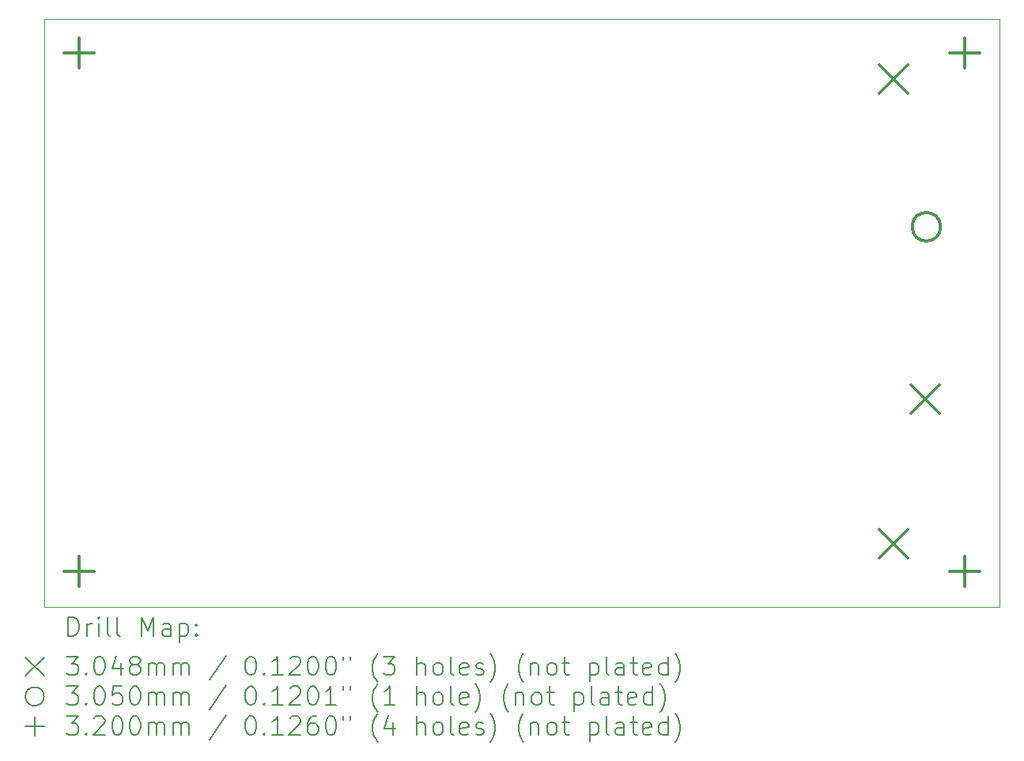
<source format=gbr>
%TF.GenerationSoftware,KiCad,Pcbnew,8.0.6*%
%TF.CreationDate,2025-01-29T18:58:57-08:00*%
%TF.ProjectId,SMV H and S Board,534d5620-4820-4616-9e64-205320426f61,rev?*%
%TF.SameCoordinates,Original*%
%TF.FileFunction,Drillmap*%
%TF.FilePolarity,Positive*%
%FSLAX45Y45*%
G04 Gerber Fmt 4.5, Leading zero omitted, Abs format (unit mm)*
G04 Created by KiCad (PCBNEW 8.0.6) date 2025-01-29 18:58:57*
%MOMM*%
%LPD*%
G01*
G04 APERTURE LIST*
%ADD10C,0.050000*%
%ADD11C,0.200000*%
%ADD12C,0.304800*%
%ADD13C,0.305000*%
%ADD14C,0.320000*%
G04 APERTURE END LIST*
D10*
X19482500Y-8520000D02*
X9255000Y-8520000D01*
X19482500Y-2220000D02*
X19482500Y-8520000D01*
X9255000Y-2220000D02*
X19482500Y-2220000D01*
X9255000Y-8520000D02*
X9255000Y-2220000D01*
D11*
D12*
X18197600Y-2714530D02*
X18502400Y-3019330D01*
X18502400Y-2714530D02*
X18197600Y-3019330D01*
X18197600Y-7697600D02*
X18502400Y-8002400D01*
X18502400Y-7697600D02*
X18197600Y-8002400D01*
X18537600Y-6147600D02*
X18842400Y-6452400D01*
X18842400Y-6147600D02*
X18537600Y-6452400D01*
D13*
X18852500Y-4450000D02*
G75*
G02*
X18547500Y-4450000I-152500J0D01*
G01*
X18547500Y-4450000D02*
G75*
G02*
X18852500Y-4450000I152500J0D01*
G01*
D14*
X9627500Y-2430000D02*
X9627500Y-2750000D01*
X9467500Y-2590000D02*
X9787500Y-2590000D01*
X9627500Y-7982500D02*
X9627500Y-8302500D01*
X9467500Y-8142500D02*
X9787500Y-8142500D01*
X19112500Y-2427500D02*
X19112500Y-2747500D01*
X18952500Y-2587500D02*
X19272500Y-2587500D01*
X19112500Y-7982500D02*
X19112500Y-8302500D01*
X18952500Y-8142500D02*
X19272500Y-8142500D01*
D11*
X9513277Y-8833984D02*
X9513277Y-8633984D01*
X9513277Y-8633984D02*
X9560896Y-8633984D01*
X9560896Y-8633984D02*
X9589467Y-8643508D01*
X9589467Y-8643508D02*
X9608515Y-8662555D01*
X9608515Y-8662555D02*
X9618039Y-8681603D01*
X9618039Y-8681603D02*
X9627563Y-8719698D01*
X9627563Y-8719698D02*
X9627563Y-8748270D01*
X9627563Y-8748270D02*
X9618039Y-8786365D01*
X9618039Y-8786365D02*
X9608515Y-8805412D01*
X9608515Y-8805412D02*
X9589467Y-8824460D01*
X9589467Y-8824460D02*
X9560896Y-8833984D01*
X9560896Y-8833984D02*
X9513277Y-8833984D01*
X9713277Y-8833984D02*
X9713277Y-8700650D01*
X9713277Y-8738746D02*
X9722801Y-8719698D01*
X9722801Y-8719698D02*
X9732324Y-8710174D01*
X9732324Y-8710174D02*
X9751372Y-8700650D01*
X9751372Y-8700650D02*
X9770420Y-8700650D01*
X9837086Y-8833984D02*
X9837086Y-8700650D01*
X9837086Y-8633984D02*
X9827563Y-8643508D01*
X9827563Y-8643508D02*
X9837086Y-8653031D01*
X9837086Y-8653031D02*
X9846610Y-8643508D01*
X9846610Y-8643508D02*
X9837086Y-8633984D01*
X9837086Y-8633984D02*
X9837086Y-8653031D01*
X9960896Y-8833984D02*
X9941848Y-8824460D01*
X9941848Y-8824460D02*
X9932324Y-8805412D01*
X9932324Y-8805412D02*
X9932324Y-8633984D01*
X10065658Y-8833984D02*
X10046610Y-8824460D01*
X10046610Y-8824460D02*
X10037086Y-8805412D01*
X10037086Y-8805412D02*
X10037086Y-8633984D01*
X10294229Y-8833984D02*
X10294229Y-8633984D01*
X10294229Y-8633984D02*
X10360896Y-8776841D01*
X10360896Y-8776841D02*
X10427563Y-8633984D01*
X10427563Y-8633984D02*
X10427563Y-8833984D01*
X10608515Y-8833984D02*
X10608515Y-8729222D01*
X10608515Y-8729222D02*
X10598991Y-8710174D01*
X10598991Y-8710174D02*
X10579944Y-8700650D01*
X10579944Y-8700650D02*
X10541848Y-8700650D01*
X10541848Y-8700650D02*
X10522801Y-8710174D01*
X10608515Y-8824460D02*
X10589467Y-8833984D01*
X10589467Y-8833984D02*
X10541848Y-8833984D01*
X10541848Y-8833984D02*
X10522801Y-8824460D01*
X10522801Y-8824460D02*
X10513277Y-8805412D01*
X10513277Y-8805412D02*
X10513277Y-8786365D01*
X10513277Y-8786365D02*
X10522801Y-8767317D01*
X10522801Y-8767317D02*
X10541848Y-8757793D01*
X10541848Y-8757793D02*
X10589467Y-8757793D01*
X10589467Y-8757793D02*
X10608515Y-8748270D01*
X10703753Y-8700650D02*
X10703753Y-8900650D01*
X10703753Y-8710174D02*
X10722801Y-8700650D01*
X10722801Y-8700650D02*
X10760896Y-8700650D01*
X10760896Y-8700650D02*
X10779944Y-8710174D01*
X10779944Y-8710174D02*
X10789467Y-8719698D01*
X10789467Y-8719698D02*
X10798991Y-8738746D01*
X10798991Y-8738746D02*
X10798991Y-8795889D01*
X10798991Y-8795889D02*
X10789467Y-8814936D01*
X10789467Y-8814936D02*
X10779944Y-8824460D01*
X10779944Y-8824460D02*
X10760896Y-8833984D01*
X10760896Y-8833984D02*
X10722801Y-8833984D01*
X10722801Y-8833984D02*
X10703753Y-8824460D01*
X10884705Y-8814936D02*
X10894229Y-8824460D01*
X10894229Y-8824460D02*
X10884705Y-8833984D01*
X10884705Y-8833984D02*
X10875182Y-8824460D01*
X10875182Y-8824460D02*
X10884705Y-8814936D01*
X10884705Y-8814936D02*
X10884705Y-8833984D01*
X10884705Y-8710174D02*
X10894229Y-8719698D01*
X10894229Y-8719698D02*
X10884705Y-8729222D01*
X10884705Y-8729222D02*
X10875182Y-8719698D01*
X10875182Y-8719698D02*
X10884705Y-8710174D01*
X10884705Y-8710174D02*
X10884705Y-8729222D01*
X9052500Y-9062500D02*
X9252500Y-9262500D01*
X9252500Y-9062500D02*
X9052500Y-9262500D01*
X9494229Y-9053984D02*
X9618039Y-9053984D01*
X9618039Y-9053984D02*
X9551372Y-9130174D01*
X9551372Y-9130174D02*
X9579944Y-9130174D01*
X9579944Y-9130174D02*
X9598991Y-9139698D01*
X9598991Y-9139698D02*
X9608515Y-9149222D01*
X9608515Y-9149222D02*
X9618039Y-9168270D01*
X9618039Y-9168270D02*
X9618039Y-9215889D01*
X9618039Y-9215889D02*
X9608515Y-9234936D01*
X9608515Y-9234936D02*
X9598991Y-9244460D01*
X9598991Y-9244460D02*
X9579944Y-9253984D01*
X9579944Y-9253984D02*
X9522801Y-9253984D01*
X9522801Y-9253984D02*
X9503753Y-9244460D01*
X9503753Y-9244460D02*
X9494229Y-9234936D01*
X9703753Y-9234936D02*
X9713277Y-9244460D01*
X9713277Y-9244460D02*
X9703753Y-9253984D01*
X9703753Y-9253984D02*
X9694229Y-9244460D01*
X9694229Y-9244460D02*
X9703753Y-9234936D01*
X9703753Y-9234936D02*
X9703753Y-9253984D01*
X9837086Y-9053984D02*
X9856134Y-9053984D01*
X9856134Y-9053984D02*
X9875182Y-9063508D01*
X9875182Y-9063508D02*
X9884705Y-9073031D01*
X9884705Y-9073031D02*
X9894229Y-9092079D01*
X9894229Y-9092079D02*
X9903753Y-9130174D01*
X9903753Y-9130174D02*
X9903753Y-9177793D01*
X9903753Y-9177793D02*
X9894229Y-9215889D01*
X9894229Y-9215889D02*
X9884705Y-9234936D01*
X9884705Y-9234936D02*
X9875182Y-9244460D01*
X9875182Y-9244460D02*
X9856134Y-9253984D01*
X9856134Y-9253984D02*
X9837086Y-9253984D01*
X9837086Y-9253984D02*
X9818039Y-9244460D01*
X9818039Y-9244460D02*
X9808515Y-9234936D01*
X9808515Y-9234936D02*
X9798991Y-9215889D01*
X9798991Y-9215889D02*
X9789467Y-9177793D01*
X9789467Y-9177793D02*
X9789467Y-9130174D01*
X9789467Y-9130174D02*
X9798991Y-9092079D01*
X9798991Y-9092079D02*
X9808515Y-9073031D01*
X9808515Y-9073031D02*
X9818039Y-9063508D01*
X9818039Y-9063508D02*
X9837086Y-9053984D01*
X10075182Y-9120650D02*
X10075182Y-9253984D01*
X10027563Y-9044460D02*
X9979944Y-9187317D01*
X9979944Y-9187317D02*
X10103753Y-9187317D01*
X10208515Y-9139698D02*
X10189467Y-9130174D01*
X10189467Y-9130174D02*
X10179944Y-9120650D01*
X10179944Y-9120650D02*
X10170420Y-9101603D01*
X10170420Y-9101603D02*
X10170420Y-9092079D01*
X10170420Y-9092079D02*
X10179944Y-9073031D01*
X10179944Y-9073031D02*
X10189467Y-9063508D01*
X10189467Y-9063508D02*
X10208515Y-9053984D01*
X10208515Y-9053984D02*
X10246610Y-9053984D01*
X10246610Y-9053984D02*
X10265658Y-9063508D01*
X10265658Y-9063508D02*
X10275182Y-9073031D01*
X10275182Y-9073031D02*
X10284705Y-9092079D01*
X10284705Y-9092079D02*
X10284705Y-9101603D01*
X10284705Y-9101603D02*
X10275182Y-9120650D01*
X10275182Y-9120650D02*
X10265658Y-9130174D01*
X10265658Y-9130174D02*
X10246610Y-9139698D01*
X10246610Y-9139698D02*
X10208515Y-9139698D01*
X10208515Y-9139698D02*
X10189467Y-9149222D01*
X10189467Y-9149222D02*
X10179944Y-9158746D01*
X10179944Y-9158746D02*
X10170420Y-9177793D01*
X10170420Y-9177793D02*
X10170420Y-9215889D01*
X10170420Y-9215889D02*
X10179944Y-9234936D01*
X10179944Y-9234936D02*
X10189467Y-9244460D01*
X10189467Y-9244460D02*
X10208515Y-9253984D01*
X10208515Y-9253984D02*
X10246610Y-9253984D01*
X10246610Y-9253984D02*
X10265658Y-9244460D01*
X10265658Y-9244460D02*
X10275182Y-9234936D01*
X10275182Y-9234936D02*
X10284705Y-9215889D01*
X10284705Y-9215889D02*
X10284705Y-9177793D01*
X10284705Y-9177793D02*
X10275182Y-9158746D01*
X10275182Y-9158746D02*
X10265658Y-9149222D01*
X10265658Y-9149222D02*
X10246610Y-9139698D01*
X10370420Y-9253984D02*
X10370420Y-9120650D01*
X10370420Y-9139698D02*
X10379944Y-9130174D01*
X10379944Y-9130174D02*
X10398991Y-9120650D01*
X10398991Y-9120650D02*
X10427563Y-9120650D01*
X10427563Y-9120650D02*
X10446610Y-9130174D01*
X10446610Y-9130174D02*
X10456134Y-9149222D01*
X10456134Y-9149222D02*
X10456134Y-9253984D01*
X10456134Y-9149222D02*
X10465658Y-9130174D01*
X10465658Y-9130174D02*
X10484705Y-9120650D01*
X10484705Y-9120650D02*
X10513277Y-9120650D01*
X10513277Y-9120650D02*
X10532325Y-9130174D01*
X10532325Y-9130174D02*
X10541848Y-9149222D01*
X10541848Y-9149222D02*
X10541848Y-9253984D01*
X10637086Y-9253984D02*
X10637086Y-9120650D01*
X10637086Y-9139698D02*
X10646610Y-9130174D01*
X10646610Y-9130174D02*
X10665658Y-9120650D01*
X10665658Y-9120650D02*
X10694229Y-9120650D01*
X10694229Y-9120650D02*
X10713277Y-9130174D01*
X10713277Y-9130174D02*
X10722801Y-9149222D01*
X10722801Y-9149222D02*
X10722801Y-9253984D01*
X10722801Y-9149222D02*
X10732325Y-9130174D01*
X10732325Y-9130174D02*
X10751372Y-9120650D01*
X10751372Y-9120650D02*
X10779944Y-9120650D01*
X10779944Y-9120650D02*
X10798991Y-9130174D01*
X10798991Y-9130174D02*
X10808515Y-9149222D01*
X10808515Y-9149222D02*
X10808515Y-9253984D01*
X11198991Y-9044460D02*
X11027563Y-9301603D01*
X11456134Y-9053984D02*
X11475182Y-9053984D01*
X11475182Y-9053984D02*
X11494229Y-9063508D01*
X11494229Y-9063508D02*
X11503753Y-9073031D01*
X11503753Y-9073031D02*
X11513277Y-9092079D01*
X11513277Y-9092079D02*
X11522801Y-9130174D01*
X11522801Y-9130174D02*
X11522801Y-9177793D01*
X11522801Y-9177793D02*
X11513277Y-9215889D01*
X11513277Y-9215889D02*
X11503753Y-9234936D01*
X11503753Y-9234936D02*
X11494229Y-9244460D01*
X11494229Y-9244460D02*
X11475182Y-9253984D01*
X11475182Y-9253984D02*
X11456134Y-9253984D01*
X11456134Y-9253984D02*
X11437086Y-9244460D01*
X11437086Y-9244460D02*
X11427563Y-9234936D01*
X11427563Y-9234936D02*
X11418039Y-9215889D01*
X11418039Y-9215889D02*
X11408515Y-9177793D01*
X11408515Y-9177793D02*
X11408515Y-9130174D01*
X11408515Y-9130174D02*
X11418039Y-9092079D01*
X11418039Y-9092079D02*
X11427563Y-9073031D01*
X11427563Y-9073031D02*
X11437086Y-9063508D01*
X11437086Y-9063508D02*
X11456134Y-9053984D01*
X11608515Y-9234936D02*
X11618039Y-9244460D01*
X11618039Y-9244460D02*
X11608515Y-9253984D01*
X11608515Y-9253984D02*
X11598991Y-9244460D01*
X11598991Y-9244460D02*
X11608515Y-9234936D01*
X11608515Y-9234936D02*
X11608515Y-9253984D01*
X11808515Y-9253984D02*
X11694229Y-9253984D01*
X11751372Y-9253984D02*
X11751372Y-9053984D01*
X11751372Y-9053984D02*
X11732325Y-9082555D01*
X11732325Y-9082555D02*
X11713277Y-9101603D01*
X11713277Y-9101603D02*
X11694229Y-9111127D01*
X11884706Y-9073031D02*
X11894229Y-9063508D01*
X11894229Y-9063508D02*
X11913277Y-9053984D01*
X11913277Y-9053984D02*
X11960896Y-9053984D01*
X11960896Y-9053984D02*
X11979944Y-9063508D01*
X11979944Y-9063508D02*
X11989467Y-9073031D01*
X11989467Y-9073031D02*
X11998991Y-9092079D01*
X11998991Y-9092079D02*
X11998991Y-9111127D01*
X11998991Y-9111127D02*
X11989467Y-9139698D01*
X11989467Y-9139698D02*
X11875182Y-9253984D01*
X11875182Y-9253984D02*
X11998991Y-9253984D01*
X12122801Y-9053984D02*
X12141848Y-9053984D01*
X12141848Y-9053984D02*
X12160896Y-9063508D01*
X12160896Y-9063508D02*
X12170420Y-9073031D01*
X12170420Y-9073031D02*
X12179944Y-9092079D01*
X12179944Y-9092079D02*
X12189467Y-9130174D01*
X12189467Y-9130174D02*
X12189467Y-9177793D01*
X12189467Y-9177793D02*
X12179944Y-9215889D01*
X12179944Y-9215889D02*
X12170420Y-9234936D01*
X12170420Y-9234936D02*
X12160896Y-9244460D01*
X12160896Y-9244460D02*
X12141848Y-9253984D01*
X12141848Y-9253984D02*
X12122801Y-9253984D01*
X12122801Y-9253984D02*
X12103753Y-9244460D01*
X12103753Y-9244460D02*
X12094229Y-9234936D01*
X12094229Y-9234936D02*
X12084706Y-9215889D01*
X12084706Y-9215889D02*
X12075182Y-9177793D01*
X12075182Y-9177793D02*
X12075182Y-9130174D01*
X12075182Y-9130174D02*
X12084706Y-9092079D01*
X12084706Y-9092079D02*
X12094229Y-9073031D01*
X12094229Y-9073031D02*
X12103753Y-9063508D01*
X12103753Y-9063508D02*
X12122801Y-9053984D01*
X12313277Y-9053984D02*
X12332325Y-9053984D01*
X12332325Y-9053984D02*
X12351372Y-9063508D01*
X12351372Y-9063508D02*
X12360896Y-9073031D01*
X12360896Y-9073031D02*
X12370420Y-9092079D01*
X12370420Y-9092079D02*
X12379944Y-9130174D01*
X12379944Y-9130174D02*
X12379944Y-9177793D01*
X12379944Y-9177793D02*
X12370420Y-9215889D01*
X12370420Y-9215889D02*
X12360896Y-9234936D01*
X12360896Y-9234936D02*
X12351372Y-9244460D01*
X12351372Y-9244460D02*
X12332325Y-9253984D01*
X12332325Y-9253984D02*
X12313277Y-9253984D01*
X12313277Y-9253984D02*
X12294229Y-9244460D01*
X12294229Y-9244460D02*
X12284706Y-9234936D01*
X12284706Y-9234936D02*
X12275182Y-9215889D01*
X12275182Y-9215889D02*
X12265658Y-9177793D01*
X12265658Y-9177793D02*
X12265658Y-9130174D01*
X12265658Y-9130174D02*
X12275182Y-9092079D01*
X12275182Y-9092079D02*
X12284706Y-9073031D01*
X12284706Y-9073031D02*
X12294229Y-9063508D01*
X12294229Y-9063508D02*
X12313277Y-9053984D01*
X12456134Y-9053984D02*
X12456134Y-9092079D01*
X12532325Y-9053984D02*
X12532325Y-9092079D01*
X12827563Y-9330174D02*
X12818039Y-9320650D01*
X12818039Y-9320650D02*
X12798991Y-9292079D01*
X12798991Y-9292079D02*
X12789468Y-9273031D01*
X12789468Y-9273031D02*
X12779944Y-9244460D01*
X12779944Y-9244460D02*
X12770420Y-9196841D01*
X12770420Y-9196841D02*
X12770420Y-9158746D01*
X12770420Y-9158746D02*
X12779944Y-9111127D01*
X12779944Y-9111127D02*
X12789468Y-9082555D01*
X12789468Y-9082555D02*
X12798991Y-9063508D01*
X12798991Y-9063508D02*
X12818039Y-9034936D01*
X12818039Y-9034936D02*
X12827563Y-9025412D01*
X12884706Y-9053984D02*
X13008515Y-9053984D01*
X13008515Y-9053984D02*
X12941848Y-9130174D01*
X12941848Y-9130174D02*
X12970420Y-9130174D01*
X12970420Y-9130174D02*
X12989468Y-9139698D01*
X12989468Y-9139698D02*
X12998991Y-9149222D01*
X12998991Y-9149222D02*
X13008515Y-9168270D01*
X13008515Y-9168270D02*
X13008515Y-9215889D01*
X13008515Y-9215889D02*
X12998991Y-9234936D01*
X12998991Y-9234936D02*
X12989468Y-9244460D01*
X12989468Y-9244460D02*
X12970420Y-9253984D01*
X12970420Y-9253984D02*
X12913277Y-9253984D01*
X12913277Y-9253984D02*
X12894229Y-9244460D01*
X12894229Y-9244460D02*
X12884706Y-9234936D01*
X13246610Y-9253984D02*
X13246610Y-9053984D01*
X13332325Y-9253984D02*
X13332325Y-9149222D01*
X13332325Y-9149222D02*
X13322801Y-9130174D01*
X13322801Y-9130174D02*
X13303753Y-9120650D01*
X13303753Y-9120650D02*
X13275182Y-9120650D01*
X13275182Y-9120650D02*
X13256134Y-9130174D01*
X13256134Y-9130174D02*
X13246610Y-9139698D01*
X13456134Y-9253984D02*
X13437087Y-9244460D01*
X13437087Y-9244460D02*
X13427563Y-9234936D01*
X13427563Y-9234936D02*
X13418039Y-9215889D01*
X13418039Y-9215889D02*
X13418039Y-9158746D01*
X13418039Y-9158746D02*
X13427563Y-9139698D01*
X13427563Y-9139698D02*
X13437087Y-9130174D01*
X13437087Y-9130174D02*
X13456134Y-9120650D01*
X13456134Y-9120650D02*
X13484706Y-9120650D01*
X13484706Y-9120650D02*
X13503753Y-9130174D01*
X13503753Y-9130174D02*
X13513277Y-9139698D01*
X13513277Y-9139698D02*
X13522801Y-9158746D01*
X13522801Y-9158746D02*
X13522801Y-9215889D01*
X13522801Y-9215889D02*
X13513277Y-9234936D01*
X13513277Y-9234936D02*
X13503753Y-9244460D01*
X13503753Y-9244460D02*
X13484706Y-9253984D01*
X13484706Y-9253984D02*
X13456134Y-9253984D01*
X13637087Y-9253984D02*
X13618039Y-9244460D01*
X13618039Y-9244460D02*
X13608515Y-9225412D01*
X13608515Y-9225412D02*
X13608515Y-9053984D01*
X13789468Y-9244460D02*
X13770420Y-9253984D01*
X13770420Y-9253984D02*
X13732325Y-9253984D01*
X13732325Y-9253984D02*
X13713277Y-9244460D01*
X13713277Y-9244460D02*
X13703753Y-9225412D01*
X13703753Y-9225412D02*
X13703753Y-9149222D01*
X13703753Y-9149222D02*
X13713277Y-9130174D01*
X13713277Y-9130174D02*
X13732325Y-9120650D01*
X13732325Y-9120650D02*
X13770420Y-9120650D01*
X13770420Y-9120650D02*
X13789468Y-9130174D01*
X13789468Y-9130174D02*
X13798991Y-9149222D01*
X13798991Y-9149222D02*
X13798991Y-9168270D01*
X13798991Y-9168270D02*
X13703753Y-9187317D01*
X13875182Y-9244460D02*
X13894230Y-9253984D01*
X13894230Y-9253984D02*
X13932325Y-9253984D01*
X13932325Y-9253984D02*
X13951372Y-9244460D01*
X13951372Y-9244460D02*
X13960896Y-9225412D01*
X13960896Y-9225412D02*
X13960896Y-9215889D01*
X13960896Y-9215889D02*
X13951372Y-9196841D01*
X13951372Y-9196841D02*
X13932325Y-9187317D01*
X13932325Y-9187317D02*
X13903753Y-9187317D01*
X13903753Y-9187317D02*
X13884706Y-9177793D01*
X13884706Y-9177793D02*
X13875182Y-9158746D01*
X13875182Y-9158746D02*
X13875182Y-9149222D01*
X13875182Y-9149222D02*
X13884706Y-9130174D01*
X13884706Y-9130174D02*
X13903753Y-9120650D01*
X13903753Y-9120650D02*
X13932325Y-9120650D01*
X13932325Y-9120650D02*
X13951372Y-9130174D01*
X14027563Y-9330174D02*
X14037087Y-9320650D01*
X14037087Y-9320650D02*
X14056134Y-9292079D01*
X14056134Y-9292079D02*
X14065658Y-9273031D01*
X14065658Y-9273031D02*
X14075182Y-9244460D01*
X14075182Y-9244460D02*
X14084706Y-9196841D01*
X14084706Y-9196841D02*
X14084706Y-9158746D01*
X14084706Y-9158746D02*
X14075182Y-9111127D01*
X14075182Y-9111127D02*
X14065658Y-9082555D01*
X14065658Y-9082555D02*
X14056134Y-9063508D01*
X14056134Y-9063508D02*
X14037087Y-9034936D01*
X14037087Y-9034936D02*
X14027563Y-9025412D01*
X14389468Y-9330174D02*
X14379944Y-9320650D01*
X14379944Y-9320650D02*
X14360896Y-9292079D01*
X14360896Y-9292079D02*
X14351372Y-9273031D01*
X14351372Y-9273031D02*
X14341849Y-9244460D01*
X14341849Y-9244460D02*
X14332325Y-9196841D01*
X14332325Y-9196841D02*
X14332325Y-9158746D01*
X14332325Y-9158746D02*
X14341849Y-9111127D01*
X14341849Y-9111127D02*
X14351372Y-9082555D01*
X14351372Y-9082555D02*
X14360896Y-9063508D01*
X14360896Y-9063508D02*
X14379944Y-9034936D01*
X14379944Y-9034936D02*
X14389468Y-9025412D01*
X14465658Y-9120650D02*
X14465658Y-9253984D01*
X14465658Y-9139698D02*
X14475182Y-9130174D01*
X14475182Y-9130174D02*
X14494230Y-9120650D01*
X14494230Y-9120650D02*
X14522801Y-9120650D01*
X14522801Y-9120650D02*
X14541849Y-9130174D01*
X14541849Y-9130174D02*
X14551372Y-9149222D01*
X14551372Y-9149222D02*
X14551372Y-9253984D01*
X14675182Y-9253984D02*
X14656134Y-9244460D01*
X14656134Y-9244460D02*
X14646611Y-9234936D01*
X14646611Y-9234936D02*
X14637087Y-9215889D01*
X14637087Y-9215889D02*
X14637087Y-9158746D01*
X14637087Y-9158746D02*
X14646611Y-9139698D01*
X14646611Y-9139698D02*
X14656134Y-9130174D01*
X14656134Y-9130174D02*
X14675182Y-9120650D01*
X14675182Y-9120650D02*
X14703753Y-9120650D01*
X14703753Y-9120650D02*
X14722801Y-9130174D01*
X14722801Y-9130174D02*
X14732325Y-9139698D01*
X14732325Y-9139698D02*
X14741849Y-9158746D01*
X14741849Y-9158746D02*
X14741849Y-9215889D01*
X14741849Y-9215889D02*
X14732325Y-9234936D01*
X14732325Y-9234936D02*
X14722801Y-9244460D01*
X14722801Y-9244460D02*
X14703753Y-9253984D01*
X14703753Y-9253984D02*
X14675182Y-9253984D01*
X14798992Y-9120650D02*
X14875182Y-9120650D01*
X14827563Y-9053984D02*
X14827563Y-9225412D01*
X14827563Y-9225412D02*
X14837087Y-9244460D01*
X14837087Y-9244460D02*
X14856134Y-9253984D01*
X14856134Y-9253984D02*
X14875182Y-9253984D01*
X15094230Y-9120650D02*
X15094230Y-9320650D01*
X15094230Y-9130174D02*
X15113277Y-9120650D01*
X15113277Y-9120650D02*
X15151373Y-9120650D01*
X15151373Y-9120650D02*
X15170420Y-9130174D01*
X15170420Y-9130174D02*
X15179944Y-9139698D01*
X15179944Y-9139698D02*
X15189468Y-9158746D01*
X15189468Y-9158746D02*
X15189468Y-9215889D01*
X15189468Y-9215889D02*
X15179944Y-9234936D01*
X15179944Y-9234936D02*
X15170420Y-9244460D01*
X15170420Y-9244460D02*
X15151373Y-9253984D01*
X15151373Y-9253984D02*
X15113277Y-9253984D01*
X15113277Y-9253984D02*
X15094230Y-9244460D01*
X15303753Y-9253984D02*
X15284706Y-9244460D01*
X15284706Y-9244460D02*
X15275182Y-9225412D01*
X15275182Y-9225412D02*
X15275182Y-9053984D01*
X15465658Y-9253984D02*
X15465658Y-9149222D01*
X15465658Y-9149222D02*
X15456134Y-9130174D01*
X15456134Y-9130174D02*
X15437087Y-9120650D01*
X15437087Y-9120650D02*
X15398992Y-9120650D01*
X15398992Y-9120650D02*
X15379944Y-9130174D01*
X15465658Y-9244460D02*
X15446611Y-9253984D01*
X15446611Y-9253984D02*
X15398992Y-9253984D01*
X15398992Y-9253984D02*
X15379944Y-9244460D01*
X15379944Y-9244460D02*
X15370420Y-9225412D01*
X15370420Y-9225412D02*
X15370420Y-9206365D01*
X15370420Y-9206365D02*
X15379944Y-9187317D01*
X15379944Y-9187317D02*
X15398992Y-9177793D01*
X15398992Y-9177793D02*
X15446611Y-9177793D01*
X15446611Y-9177793D02*
X15465658Y-9168270D01*
X15532325Y-9120650D02*
X15608515Y-9120650D01*
X15560896Y-9053984D02*
X15560896Y-9225412D01*
X15560896Y-9225412D02*
X15570420Y-9244460D01*
X15570420Y-9244460D02*
X15589468Y-9253984D01*
X15589468Y-9253984D02*
X15608515Y-9253984D01*
X15751373Y-9244460D02*
X15732325Y-9253984D01*
X15732325Y-9253984D02*
X15694230Y-9253984D01*
X15694230Y-9253984D02*
X15675182Y-9244460D01*
X15675182Y-9244460D02*
X15665658Y-9225412D01*
X15665658Y-9225412D02*
X15665658Y-9149222D01*
X15665658Y-9149222D02*
X15675182Y-9130174D01*
X15675182Y-9130174D02*
X15694230Y-9120650D01*
X15694230Y-9120650D02*
X15732325Y-9120650D01*
X15732325Y-9120650D02*
X15751373Y-9130174D01*
X15751373Y-9130174D02*
X15760896Y-9149222D01*
X15760896Y-9149222D02*
X15760896Y-9168270D01*
X15760896Y-9168270D02*
X15665658Y-9187317D01*
X15932325Y-9253984D02*
X15932325Y-9053984D01*
X15932325Y-9244460D02*
X15913277Y-9253984D01*
X15913277Y-9253984D02*
X15875182Y-9253984D01*
X15875182Y-9253984D02*
X15856134Y-9244460D01*
X15856134Y-9244460D02*
X15846611Y-9234936D01*
X15846611Y-9234936D02*
X15837087Y-9215889D01*
X15837087Y-9215889D02*
X15837087Y-9158746D01*
X15837087Y-9158746D02*
X15846611Y-9139698D01*
X15846611Y-9139698D02*
X15856134Y-9130174D01*
X15856134Y-9130174D02*
X15875182Y-9120650D01*
X15875182Y-9120650D02*
X15913277Y-9120650D01*
X15913277Y-9120650D02*
X15932325Y-9130174D01*
X16008515Y-9330174D02*
X16018039Y-9320650D01*
X16018039Y-9320650D02*
X16037087Y-9292079D01*
X16037087Y-9292079D02*
X16046611Y-9273031D01*
X16046611Y-9273031D02*
X16056134Y-9244460D01*
X16056134Y-9244460D02*
X16065658Y-9196841D01*
X16065658Y-9196841D02*
X16065658Y-9158746D01*
X16065658Y-9158746D02*
X16056134Y-9111127D01*
X16056134Y-9111127D02*
X16046611Y-9082555D01*
X16046611Y-9082555D02*
X16037087Y-9063508D01*
X16037087Y-9063508D02*
X16018039Y-9034936D01*
X16018039Y-9034936D02*
X16008515Y-9025412D01*
X9252500Y-9482500D02*
G75*
G02*
X9052500Y-9482500I-100000J0D01*
G01*
X9052500Y-9482500D02*
G75*
G02*
X9252500Y-9482500I100000J0D01*
G01*
X9494229Y-9373984D02*
X9618039Y-9373984D01*
X9618039Y-9373984D02*
X9551372Y-9450174D01*
X9551372Y-9450174D02*
X9579944Y-9450174D01*
X9579944Y-9450174D02*
X9598991Y-9459698D01*
X9598991Y-9459698D02*
X9608515Y-9469222D01*
X9608515Y-9469222D02*
X9618039Y-9488270D01*
X9618039Y-9488270D02*
X9618039Y-9535889D01*
X9618039Y-9535889D02*
X9608515Y-9554936D01*
X9608515Y-9554936D02*
X9598991Y-9564460D01*
X9598991Y-9564460D02*
X9579944Y-9573984D01*
X9579944Y-9573984D02*
X9522801Y-9573984D01*
X9522801Y-9573984D02*
X9503753Y-9564460D01*
X9503753Y-9564460D02*
X9494229Y-9554936D01*
X9703753Y-9554936D02*
X9713277Y-9564460D01*
X9713277Y-9564460D02*
X9703753Y-9573984D01*
X9703753Y-9573984D02*
X9694229Y-9564460D01*
X9694229Y-9564460D02*
X9703753Y-9554936D01*
X9703753Y-9554936D02*
X9703753Y-9573984D01*
X9837086Y-9373984D02*
X9856134Y-9373984D01*
X9856134Y-9373984D02*
X9875182Y-9383508D01*
X9875182Y-9383508D02*
X9884705Y-9393031D01*
X9884705Y-9393031D02*
X9894229Y-9412079D01*
X9894229Y-9412079D02*
X9903753Y-9450174D01*
X9903753Y-9450174D02*
X9903753Y-9497793D01*
X9903753Y-9497793D02*
X9894229Y-9535889D01*
X9894229Y-9535889D02*
X9884705Y-9554936D01*
X9884705Y-9554936D02*
X9875182Y-9564460D01*
X9875182Y-9564460D02*
X9856134Y-9573984D01*
X9856134Y-9573984D02*
X9837086Y-9573984D01*
X9837086Y-9573984D02*
X9818039Y-9564460D01*
X9818039Y-9564460D02*
X9808515Y-9554936D01*
X9808515Y-9554936D02*
X9798991Y-9535889D01*
X9798991Y-9535889D02*
X9789467Y-9497793D01*
X9789467Y-9497793D02*
X9789467Y-9450174D01*
X9789467Y-9450174D02*
X9798991Y-9412079D01*
X9798991Y-9412079D02*
X9808515Y-9393031D01*
X9808515Y-9393031D02*
X9818039Y-9383508D01*
X9818039Y-9383508D02*
X9837086Y-9373984D01*
X10084705Y-9373984D02*
X9989467Y-9373984D01*
X9989467Y-9373984D02*
X9979944Y-9469222D01*
X9979944Y-9469222D02*
X9989467Y-9459698D01*
X9989467Y-9459698D02*
X10008515Y-9450174D01*
X10008515Y-9450174D02*
X10056134Y-9450174D01*
X10056134Y-9450174D02*
X10075182Y-9459698D01*
X10075182Y-9459698D02*
X10084705Y-9469222D01*
X10084705Y-9469222D02*
X10094229Y-9488270D01*
X10094229Y-9488270D02*
X10094229Y-9535889D01*
X10094229Y-9535889D02*
X10084705Y-9554936D01*
X10084705Y-9554936D02*
X10075182Y-9564460D01*
X10075182Y-9564460D02*
X10056134Y-9573984D01*
X10056134Y-9573984D02*
X10008515Y-9573984D01*
X10008515Y-9573984D02*
X9989467Y-9564460D01*
X9989467Y-9564460D02*
X9979944Y-9554936D01*
X10218039Y-9373984D02*
X10237086Y-9373984D01*
X10237086Y-9373984D02*
X10256134Y-9383508D01*
X10256134Y-9383508D02*
X10265658Y-9393031D01*
X10265658Y-9393031D02*
X10275182Y-9412079D01*
X10275182Y-9412079D02*
X10284705Y-9450174D01*
X10284705Y-9450174D02*
X10284705Y-9497793D01*
X10284705Y-9497793D02*
X10275182Y-9535889D01*
X10275182Y-9535889D02*
X10265658Y-9554936D01*
X10265658Y-9554936D02*
X10256134Y-9564460D01*
X10256134Y-9564460D02*
X10237086Y-9573984D01*
X10237086Y-9573984D02*
X10218039Y-9573984D01*
X10218039Y-9573984D02*
X10198991Y-9564460D01*
X10198991Y-9564460D02*
X10189467Y-9554936D01*
X10189467Y-9554936D02*
X10179944Y-9535889D01*
X10179944Y-9535889D02*
X10170420Y-9497793D01*
X10170420Y-9497793D02*
X10170420Y-9450174D01*
X10170420Y-9450174D02*
X10179944Y-9412079D01*
X10179944Y-9412079D02*
X10189467Y-9393031D01*
X10189467Y-9393031D02*
X10198991Y-9383508D01*
X10198991Y-9383508D02*
X10218039Y-9373984D01*
X10370420Y-9573984D02*
X10370420Y-9440650D01*
X10370420Y-9459698D02*
X10379944Y-9450174D01*
X10379944Y-9450174D02*
X10398991Y-9440650D01*
X10398991Y-9440650D02*
X10427563Y-9440650D01*
X10427563Y-9440650D02*
X10446610Y-9450174D01*
X10446610Y-9450174D02*
X10456134Y-9469222D01*
X10456134Y-9469222D02*
X10456134Y-9573984D01*
X10456134Y-9469222D02*
X10465658Y-9450174D01*
X10465658Y-9450174D02*
X10484705Y-9440650D01*
X10484705Y-9440650D02*
X10513277Y-9440650D01*
X10513277Y-9440650D02*
X10532325Y-9450174D01*
X10532325Y-9450174D02*
X10541848Y-9469222D01*
X10541848Y-9469222D02*
X10541848Y-9573984D01*
X10637086Y-9573984D02*
X10637086Y-9440650D01*
X10637086Y-9459698D02*
X10646610Y-9450174D01*
X10646610Y-9450174D02*
X10665658Y-9440650D01*
X10665658Y-9440650D02*
X10694229Y-9440650D01*
X10694229Y-9440650D02*
X10713277Y-9450174D01*
X10713277Y-9450174D02*
X10722801Y-9469222D01*
X10722801Y-9469222D02*
X10722801Y-9573984D01*
X10722801Y-9469222D02*
X10732325Y-9450174D01*
X10732325Y-9450174D02*
X10751372Y-9440650D01*
X10751372Y-9440650D02*
X10779944Y-9440650D01*
X10779944Y-9440650D02*
X10798991Y-9450174D01*
X10798991Y-9450174D02*
X10808515Y-9469222D01*
X10808515Y-9469222D02*
X10808515Y-9573984D01*
X11198991Y-9364460D02*
X11027563Y-9621603D01*
X11456134Y-9373984D02*
X11475182Y-9373984D01*
X11475182Y-9373984D02*
X11494229Y-9383508D01*
X11494229Y-9383508D02*
X11503753Y-9393031D01*
X11503753Y-9393031D02*
X11513277Y-9412079D01*
X11513277Y-9412079D02*
X11522801Y-9450174D01*
X11522801Y-9450174D02*
X11522801Y-9497793D01*
X11522801Y-9497793D02*
X11513277Y-9535889D01*
X11513277Y-9535889D02*
X11503753Y-9554936D01*
X11503753Y-9554936D02*
X11494229Y-9564460D01*
X11494229Y-9564460D02*
X11475182Y-9573984D01*
X11475182Y-9573984D02*
X11456134Y-9573984D01*
X11456134Y-9573984D02*
X11437086Y-9564460D01*
X11437086Y-9564460D02*
X11427563Y-9554936D01*
X11427563Y-9554936D02*
X11418039Y-9535889D01*
X11418039Y-9535889D02*
X11408515Y-9497793D01*
X11408515Y-9497793D02*
X11408515Y-9450174D01*
X11408515Y-9450174D02*
X11418039Y-9412079D01*
X11418039Y-9412079D02*
X11427563Y-9393031D01*
X11427563Y-9393031D02*
X11437086Y-9383508D01*
X11437086Y-9383508D02*
X11456134Y-9373984D01*
X11608515Y-9554936D02*
X11618039Y-9564460D01*
X11618039Y-9564460D02*
X11608515Y-9573984D01*
X11608515Y-9573984D02*
X11598991Y-9564460D01*
X11598991Y-9564460D02*
X11608515Y-9554936D01*
X11608515Y-9554936D02*
X11608515Y-9573984D01*
X11808515Y-9573984D02*
X11694229Y-9573984D01*
X11751372Y-9573984D02*
X11751372Y-9373984D01*
X11751372Y-9373984D02*
X11732325Y-9402555D01*
X11732325Y-9402555D02*
X11713277Y-9421603D01*
X11713277Y-9421603D02*
X11694229Y-9431127D01*
X11884706Y-9393031D02*
X11894229Y-9383508D01*
X11894229Y-9383508D02*
X11913277Y-9373984D01*
X11913277Y-9373984D02*
X11960896Y-9373984D01*
X11960896Y-9373984D02*
X11979944Y-9383508D01*
X11979944Y-9383508D02*
X11989467Y-9393031D01*
X11989467Y-9393031D02*
X11998991Y-9412079D01*
X11998991Y-9412079D02*
X11998991Y-9431127D01*
X11998991Y-9431127D02*
X11989467Y-9459698D01*
X11989467Y-9459698D02*
X11875182Y-9573984D01*
X11875182Y-9573984D02*
X11998991Y-9573984D01*
X12122801Y-9373984D02*
X12141848Y-9373984D01*
X12141848Y-9373984D02*
X12160896Y-9383508D01*
X12160896Y-9383508D02*
X12170420Y-9393031D01*
X12170420Y-9393031D02*
X12179944Y-9412079D01*
X12179944Y-9412079D02*
X12189467Y-9450174D01*
X12189467Y-9450174D02*
X12189467Y-9497793D01*
X12189467Y-9497793D02*
X12179944Y-9535889D01*
X12179944Y-9535889D02*
X12170420Y-9554936D01*
X12170420Y-9554936D02*
X12160896Y-9564460D01*
X12160896Y-9564460D02*
X12141848Y-9573984D01*
X12141848Y-9573984D02*
X12122801Y-9573984D01*
X12122801Y-9573984D02*
X12103753Y-9564460D01*
X12103753Y-9564460D02*
X12094229Y-9554936D01*
X12094229Y-9554936D02*
X12084706Y-9535889D01*
X12084706Y-9535889D02*
X12075182Y-9497793D01*
X12075182Y-9497793D02*
X12075182Y-9450174D01*
X12075182Y-9450174D02*
X12084706Y-9412079D01*
X12084706Y-9412079D02*
X12094229Y-9393031D01*
X12094229Y-9393031D02*
X12103753Y-9383508D01*
X12103753Y-9383508D02*
X12122801Y-9373984D01*
X12379944Y-9573984D02*
X12265658Y-9573984D01*
X12322801Y-9573984D02*
X12322801Y-9373984D01*
X12322801Y-9373984D02*
X12303753Y-9402555D01*
X12303753Y-9402555D02*
X12284706Y-9421603D01*
X12284706Y-9421603D02*
X12265658Y-9431127D01*
X12456134Y-9373984D02*
X12456134Y-9412079D01*
X12532325Y-9373984D02*
X12532325Y-9412079D01*
X12827563Y-9650174D02*
X12818039Y-9640650D01*
X12818039Y-9640650D02*
X12798991Y-9612079D01*
X12798991Y-9612079D02*
X12789468Y-9593031D01*
X12789468Y-9593031D02*
X12779944Y-9564460D01*
X12779944Y-9564460D02*
X12770420Y-9516841D01*
X12770420Y-9516841D02*
X12770420Y-9478746D01*
X12770420Y-9478746D02*
X12779944Y-9431127D01*
X12779944Y-9431127D02*
X12789468Y-9402555D01*
X12789468Y-9402555D02*
X12798991Y-9383508D01*
X12798991Y-9383508D02*
X12818039Y-9354936D01*
X12818039Y-9354936D02*
X12827563Y-9345412D01*
X13008515Y-9573984D02*
X12894229Y-9573984D01*
X12951372Y-9573984D02*
X12951372Y-9373984D01*
X12951372Y-9373984D02*
X12932325Y-9402555D01*
X12932325Y-9402555D02*
X12913277Y-9421603D01*
X12913277Y-9421603D02*
X12894229Y-9431127D01*
X13246610Y-9573984D02*
X13246610Y-9373984D01*
X13332325Y-9573984D02*
X13332325Y-9469222D01*
X13332325Y-9469222D02*
X13322801Y-9450174D01*
X13322801Y-9450174D02*
X13303753Y-9440650D01*
X13303753Y-9440650D02*
X13275182Y-9440650D01*
X13275182Y-9440650D02*
X13256134Y-9450174D01*
X13256134Y-9450174D02*
X13246610Y-9459698D01*
X13456134Y-9573984D02*
X13437087Y-9564460D01*
X13437087Y-9564460D02*
X13427563Y-9554936D01*
X13427563Y-9554936D02*
X13418039Y-9535889D01*
X13418039Y-9535889D02*
X13418039Y-9478746D01*
X13418039Y-9478746D02*
X13427563Y-9459698D01*
X13427563Y-9459698D02*
X13437087Y-9450174D01*
X13437087Y-9450174D02*
X13456134Y-9440650D01*
X13456134Y-9440650D02*
X13484706Y-9440650D01*
X13484706Y-9440650D02*
X13503753Y-9450174D01*
X13503753Y-9450174D02*
X13513277Y-9459698D01*
X13513277Y-9459698D02*
X13522801Y-9478746D01*
X13522801Y-9478746D02*
X13522801Y-9535889D01*
X13522801Y-9535889D02*
X13513277Y-9554936D01*
X13513277Y-9554936D02*
X13503753Y-9564460D01*
X13503753Y-9564460D02*
X13484706Y-9573984D01*
X13484706Y-9573984D02*
X13456134Y-9573984D01*
X13637087Y-9573984D02*
X13618039Y-9564460D01*
X13618039Y-9564460D02*
X13608515Y-9545412D01*
X13608515Y-9545412D02*
X13608515Y-9373984D01*
X13789468Y-9564460D02*
X13770420Y-9573984D01*
X13770420Y-9573984D02*
X13732325Y-9573984D01*
X13732325Y-9573984D02*
X13713277Y-9564460D01*
X13713277Y-9564460D02*
X13703753Y-9545412D01*
X13703753Y-9545412D02*
X13703753Y-9469222D01*
X13703753Y-9469222D02*
X13713277Y-9450174D01*
X13713277Y-9450174D02*
X13732325Y-9440650D01*
X13732325Y-9440650D02*
X13770420Y-9440650D01*
X13770420Y-9440650D02*
X13789468Y-9450174D01*
X13789468Y-9450174D02*
X13798991Y-9469222D01*
X13798991Y-9469222D02*
X13798991Y-9488270D01*
X13798991Y-9488270D02*
X13703753Y-9507317D01*
X13865658Y-9650174D02*
X13875182Y-9640650D01*
X13875182Y-9640650D02*
X13894230Y-9612079D01*
X13894230Y-9612079D02*
X13903753Y-9593031D01*
X13903753Y-9593031D02*
X13913277Y-9564460D01*
X13913277Y-9564460D02*
X13922801Y-9516841D01*
X13922801Y-9516841D02*
X13922801Y-9478746D01*
X13922801Y-9478746D02*
X13913277Y-9431127D01*
X13913277Y-9431127D02*
X13903753Y-9402555D01*
X13903753Y-9402555D02*
X13894230Y-9383508D01*
X13894230Y-9383508D02*
X13875182Y-9354936D01*
X13875182Y-9354936D02*
X13865658Y-9345412D01*
X14227563Y-9650174D02*
X14218039Y-9640650D01*
X14218039Y-9640650D02*
X14198991Y-9612079D01*
X14198991Y-9612079D02*
X14189468Y-9593031D01*
X14189468Y-9593031D02*
X14179944Y-9564460D01*
X14179944Y-9564460D02*
X14170420Y-9516841D01*
X14170420Y-9516841D02*
X14170420Y-9478746D01*
X14170420Y-9478746D02*
X14179944Y-9431127D01*
X14179944Y-9431127D02*
X14189468Y-9402555D01*
X14189468Y-9402555D02*
X14198991Y-9383508D01*
X14198991Y-9383508D02*
X14218039Y-9354936D01*
X14218039Y-9354936D02*
X14227563Y-9345412D01*
X14303753Y-9440650D02*
X14303753Y-9573984D01*
X14303753Y-9459698D02*
X14313277Y-9450174D01*
X14313277Y-9450174D02*
X14332325Y-9440650D01*
X14332325Y-9440650D02*
X14360896Y-9440650D01*
X14360896Y-9440650D02*
X14379944Y-9450174D01*
X14379944Y-9450174D02*
X14389468Y-9469222D01*
X14389468Y-9469222D02*
X14389468Y-9573984D01*
X14513277Y-9573984D02*
X14494230Y-9564460D01*
X14494230Y-9564460D02*
X14484706Y-9554936D01*
X14484706Y-9554936D02*
X14475182Y-9535889D01*
X14475182Y-9535889D02*
X14475182Y-9478746D01*
X14475182Y-9478746D02*
X14484706Y-9459698D01*
X14484706Y-9459698D02*
X14494230Y-9450174D01*
X14494230Y-9450174D02*
X14513277Y-9440650D01*
X14513277Y-9440650D02*
X14541849Y-9440650D01*
X14541849Y-9440650D02*
X14560896Y-9450174D01*
X14560896Y-9450174D02*
X14570420Y-9459698D01*
X14570420Y-9459698D02*
X14579944Y-9478746D01*
X14579944Y-9478746D02*
X14579944Y-9535889D01*
X14579944Y-9535889D02*
X14570420Y-9554936D01*
X14570420Y-9554936D02*
X14560896Y-9564460D01*
X14560896Y-9564460D02*
X14541849Y-9573984D01*
X14541849Y-9573984D02*
X14513277Y-9573984D01*
X14637087Y-9440650D02*
X14713277Y-9440650D01*
X14665658Y-9373984D02*
X14665658Y-9545412D01*
X14665658Y-9545412D02*
X14675182Y-9564460D01*
X14675182Y-9564460D02*
X14694230Y-9573984D01*
X14694230Y-9573984D02*
X14713277Y-9573984D01*
X14932325Y-9440650D02*
X14932325Y-9640650D01*
X14932325Y-9450174D02*
X14951372Y-9440650D01*
X14951372Y-9440650D02*
X14989468Y-9440650D01*
X14989468Y-9440650D02*
X15008515Y-9450174D01*
X15008515Y-9450174D02*
X15018039Y-9459698D01*
X15018039Y-9459698D02*
X15027563Y-9478746D01*
X15027563Y-9478746D02*
X15027563Y-9535889D01*
X15027563Y-9535889D02*
X15018039Y-9554936D01*
X15018039Y-9554936D02*
X15008515Y-9564460D01*
X15008515Y-9564460D02*
X14989468Y-9573984D01*
X14989468Y-9573984D02*
X14951372Y-9573984D01*
X14951372Y-9573984D02*
X14932325Y-9564460D01*
X15141849Y-9573984D02*
X15122801Y-9564460D01*
X15122801Y-9564460D02*
X15113277Y-9545412D01*
X15113277Y-9545412D02*
X15113277Y-9373984D01*
X15303753Y-9573984D02*
X15303753Y-9469222D01*
X15303753Y-9469222D02*
X15294230Y-9450174D01*
X15294230Y-9450174D02*
X15275182Y-9440650D01*
X15275182Y-9440650D02*
X15237087Y-9440650D01*
X15237087Y-9440650D02*
X15218039Y-9450174D01*
X15303753Y-9564460D02*
X15284706Y-9573984D01*
X15284706Y-9573984D02*
X15237087Y-9573984D01*
X15237087Y-9573984D02*
X15218039Y-9564460D01*
X15218039Y-9564460D02*
X15208515Y-9545412D01*
X15208515Y-9545412D02*
X15208515Y-9526365D01*
X15208515Y-9526365D02*
X15218039Y-9507317D01*
X15218039Y-9507317D02*
X15237087Y-9497793D01*
X15237087Y-9497793D02*
X15284706Y-9497793D01*
X15284706Y-9497793D02*
X15303753Y-9488270D01*
X15370420Y-9440650D02*
X15446611Y-9440650D01*
X15398992Y-9373984D02*
X15398992Y-9545412D01*
X15398992Y-9545412D02*
X15408515Y-9564460D01*
X15408515Y-9564460D02*
X15427563Y-9573984D01*
X15427563Y-9573984D02*
X15446611Y-9573984D01*
X15589468Y-9564460D02*
X15570420Y-9573984D01*
X15570420Y-9573984D02*
X15532325Y-9573984D01*
X15532325Y-9573984D02*
X15513277Y-9564460D01*
X15513277Y-9564460D02*
X15503753Y-9545412D01*
X15503753Y-9545412D02*
X15503753Y-9469222D01*
X15503753Y-9469222D02*
X15513277Y-9450174D01*
X15513277Y-9450174D02*
X15532325Y-9440650D01*
X15532325Y-9440650D02*
X15570420Y-9440650D01*
X15570420Y-9440650D02*
X15589468Y-9450174D01*
X15589468Y-9450174D02*
X15598992Y-9469222D01*
X15598992Y-9469222D02*
X15598992Y-9488270D01*
X15598992Y-9488270D02*
X15503753Y-9507317D01*
X15770420Y-9573984D02*
X15770420Y-9373984D01*
X15770420Y-9564460D02*
X15751373Y-9573984D01*
X15751373Y-9573984D02*
X15713277Y-9573984D01*
X15713277Y-9573984D02*
X15694230Y-9564460D01*
X15694230Y-9564460D02*
X15684706Y-9554936D01*
X15684706Y-9554936D02*
X15675182Y-9535889D01*
X15675182Y-9535889D02*
X15675182Y-9478746D01*
X15675182Y-9478746D02*
X15684706Y-9459698D01*
X15684706Y-9459698D02*
X15694230Y-9450174D01*
X15694230Y-9450174D02*
X15713277Y-9440650D01*
X15713277Y-9440650D02*
X15751373Y-9440650D01*
X15751373Y-9440650D02*
X15770420Y-9450174D01*
X15846611Y-9650174D02*
X15856134Y-9640650D01*
X15856134Y-9640650D02*
X15875182Y-9612079D01*
X15875182Y-9612079D02*
X15884706Y-9593031D01*
X15884706Y-9593031D02*
X15894230Y-9564460D01*
X15894230Y-9564460D02*
X15903753Y-9516841D01*
X15903753Y-9516841D02*
X15903753Y-9478746D01*
X15903753Y-9478746D02*
X15894230Y-9431127D01*
X15894230Y-9431127D02*
X15884706Y-9402555D01*
X15884706Y-9402555D02*
X15875182Y-9383508D01*
X15875182Y-9383508D02*
X15856134Y-9354936D01*
X15856134Y-9354936D02*
X15846611Y-9345412D01*
X9152500Y-9702500D02*
X9152500Y-9902500D01*
X9052500Y-9802500D02*
X9252500Y-9802500D01*
X9494229Y-9693984D02*
X9618039Y-9693984D01*
X9618039Y-9693984D02*
X9551372Y-9770174D01*
X9551372Y-9770174D02*
X9579944Y-9770174D01*
X9579944Y-9770174D02*
X9598991Y-9779698D01*
X9598991Y-9779698D02*
X9608515Y-9789222D01*
X9608515Y-9789222D02*
X9618039Y-9808270D01*
X9618039Y-9808270D02*
X9618039Y-9855889D01*
X9618039Y-9855889D02*
X9608515Y-9874936D01*
X9608515Y-9874936D02*
X9598991Y-9884460D01*
X9598991Y-9884460D02*
X9579944Y-9893984D01*
X9579944Y-9893984D02*
X9522801Y-9893984D01*
X9522801Y-9893984D02*
X9503753Y-9884460D01*
X9503753Y-9884460D02*
X9494229Y-9874936D01*
X9703753Y-9874936D02*
X9713277Y-9884460D01*
X9713277Y-9884460D02*
X9703753Y-9893984D01*
X9703753Y-9893984D02*
X9694229Y-9884460D01*
X9694229Y-9884460D02*
X9703753Y-9874936D01*
X9703753Y-9874936D02*
X9703753Y-9893984D01*
X9789467Y-9713031D02*
X9798991Y-9703508D01*
X9798991Y-9703508D02*
X9818039Y-9693984D01*
X9818039Y-9693984D02*
X9865658Y-9693984D01*
X9865658Y-9693984D02*
X9884705Y-9703508D01*
X9884705Y-9703508D02*
X9894229Y-9713031D01*
X9894229Y-9713031D02*
X9903753Y-9732079D01*
X9903753Y-9732079D02*
X9903753Y-9751127D01*
X9903753Y-9751127D02*
X9894229Y-9779698D01*
X9894229Y-9779698D02*
X9779944Y-9893984D01*
X9779944Y-9893984D02*
X9903753Y-9893984D01*
X10027563Y-9693984D02*
X10046610Y-9693984D01*
X10046610Y-9693984D02*
X10065658Y-9703508D01*
X10065658Y-9703508D02*
X10075182Y-9713031D01*
X10075182Y-9713031D02*
X10084705Y-9732079D01*
X10084705Y-9732079D02*
X10094229Y-9770174D01*
X10094229Y-9770174D02*
X10094229Y-9817793D01*
X10094229Y-9817793D02*
X10084705Y-9855889D01*
X10084705Y-9855889D02*
X10075182Y-9874936D01*
X10075182Y-9874936D02*
X10065658Y-9884460D01*
X10065658Y-9884460D02*
X10046610Y-9893984D01*
X10046610Y-9893984D02*
X10027563Y-9893984D01*
X10027563Y-9893984D02*
X10008515Y-9884460D01*
X10008515Y-9884460D02*
X9998991Y-9874936D01*
X9998991Y-9874936D02*
X9989467Y-9855889D01*
X9989467Y-9855889D02*
X9979944Y-9817793D01*
X9979944Y-9817793D02*
X9979944Y-9770174D01*
X9979944Y-9770174D02*
X9989467Y-9732079D01*
X9989467Y-9732079D02*
X9998991Y-9713031D01*
X9998991Y-9713031D02*
X10008515Y-9703508D01*
X10008515Y-9703508D02*
X10027563Y-9693984D01*
X10218039Y-9693984D02*
X10237086Y-9693984D01*
X10237086Y-9693984D02*
X10256134Y-9703508D01*
X10256134Y-9703508D02*
X10265658Y-9713031D01*
X10265658Y-9713031D02*
X10275182Y-9732079D01*
X10275182Y-9732079D02*
X10284705Y-9770174D01*
X10284705Y-9770174D02*
X10284705Y-9817793D01*
X10284705Y-9817793D02*
X10275182Y-9855889D01*
X10275182Y-9855889D02*
X10265658Y-9874936D01*
X10265658Y-9874936D02*
X10256134Y-9884460D01*
X10256134Y-9884460D02*
X10237086Y-9893984D01*
X10237086Y-9893984D02*
X10218039Y-9893984D01*
X10218039Y-9893984D02*
X10198991Y-9884460D01*
X10198991Y-9884460D02*
X10189467Y-9874936D01*
X10189467Y-9874936D02*
X10179944Y-9855889D01*
X10179944Y-9855889D02*
X10170420Y-9817793D01*
X10170420Y-9817793D02*
X10170420Y-9770174D01*
X10170420Y-9770174D02*
X10179944Y-9732079D01*
X10179944Y-9732079D02*
X10189467Y-9713031D01*
X10189467Y-9713031D02*
X10198991Y-9703508D01*
X10198991Y-9703508D02*
X10218039Y-9693984D01*
X10370420Y-9893984D02*
X10370420Y-9760650D01*
X10370420Y-9779698D02*
X10379944Y-9770174D01*
X10379944Y-9770174D02*
X10398991Y-9760650D01*
X10398991Y-9760650D02*
X10427563Y-9760650D01*
X10427563Y-9760650D02*
X10446610Y-9770174D01*
X10446610Y-9770174D02*
X10456134Y-9789222D01*
X10456134Y-9789222D02*
X10456134Y-9893984D01*
X10456134Y-9789222D02*
X10465658Y-9770174D01*
X10465658Y-9770174D02*
X10484705Y-9760650D01*
X10484705Y-9760650D02*
X10513277Y-9760650D01*
X10513277Y-9760650D02*
X10532325Y-9770174D01*
X10532325Y-9770174D02*
X10541848Y-9789222D01*
X10541848Y-9789222D02*
X10541848Y-9893984D01*
X10637086Y-9893984D02*
X10637086Y-9760650D01*
X10637086Y-9779698D02*
X10646610Y-9770174D01*
X10646610Y-9770174D02*
X10665658Y-9760650D01*
X10665658Y-9760650D02*
X10694229Y-9760650D01*
X10694229Y-9760650D02*
X10713277Y-9770174D01*
X10713277Y-9770174D02*
X10722801Y-9789222D01*
X10722801Y-9789222D02*
X10722801Y-9893984D01*
X10722801Y-9789222D02*
X10732325Y-9770174D01*
X10732325Y-9770174D02*
X10751372Y-9760650D01*
X10751372Y-9760650D02*
X10779944Y-9760650D01*
X10779944Y-9760650D02*
X10798991Y-9770174D01*
X10798991Y-9770174D02*
X10808515Y-9789222D01*
X10808515Y-9789222D02*
X10808515Y-9893984D01*
X11198991Y-9684460D02*
X11027563Y-9941603D01*
X11456134Y-9693984D02*
X11475182Y-9693984D01*
X11475182Y-9693984D02*
X11494229Y-9703508D01*
X11494229Y-9703508D02*
X11503753Y-9713031D01*
X11503753Y-9713031D02*
X11513277Y-9732079D01*
X11513277Y-9732079D02*
X11522801Y-9770174D01*
X11522801Y-9770174D02*
X11522801Y-9817793D01*
X11522801Y-9817793D02*
X11513277Y-9855889D01*
X11513277Y-9855889D02*
X11503753Y-9874936D01*
X11503753Y-9874936D02*
X11494229Y-9884460D01*
X11494229Y-9884460D02*
X11475182Y-9893984D01*
X11475182Y-9893984D02*
X11456134Y-9893984D01*
X11456134Y-9893984D02*
X11437086Y-9884460D01*
X11437086Y-9884460D02*
X11427563Y-9874936D01*
X11427563Y-9874936D02*
X11418039Y-9855889D01*
X11418039Y-9855889D02*
X11408515Y-9817793D01*
X11408515Y-9817793D02*
X11408515Y-9770174D01*
X11408515Y-9770174D02*
X11418039Y-9732079D01*
X11418039Y-9732079D02*
X11427563Y-9713031D01*
X11427563Y-9713031D02*
X11437086Y-9703508D01*
X11437086Y-9703508D02*
X11456134Y-9693984D01*
X11608515Y-9874936D02*
X11618039Y-9884460D01*
X11618039Y-9884460D02*
X11608515Y-9893984D01*
X11608515Y-9893984D02*
X11598991Y-9884460D01*
X11598991Y-9884460D02*
X11608515Y-9874936D01*
X11608515Y-9874936D02*
X11608515Y-9893984D01*
X11808515Y-9893984D02*
X11694229Y-9893984D01*
X11751372Y-9893984D02*
X11751372Y-9693984D01*
X11751372Y-9693984D02*
X11732325Y-9722555D01*
X11732325Y-9722555D02*
X11713277Y-9741603D01*
X11713277Y-9741603D02*
X11694229Y-9751127D01*
X11884706Y-9713031D02*
X11894229Y-9703508D01*
X11894229Y-9703508D02*
X11913277Y-9693984D01*
X11913277Y-9693984D02*
X11960896Y-9693984D01*
X11960896Y-9693984D02*
X11979944Y-9703508D01*
X11979944Y-9703508D02*
X11989467Y-9713031D01*
X11989467Y-9713031D02*
X11998991Y-9732079D01*
X11998991Y-9732079D02*
X11998991Y-9751127D01*
X11998991Y-9751127D02*
X11989467Y-9779698D01*
X11989467Y-9779698D02*
X11875182Y-9893984D01*
X11875182Y-9893984D02*
X11998991Y-9893984D01*
X12170420Y-9693984D02*
X12132325Y-9693984D01*
X12132325Y-9693984D02*
X12113277Y-9703508D01*
X12113277Y-9703508D02*
X12103753Y-9713031D01*
X12103753Y-9713031D02*
X12084706Y-9741603D01*
X12084706Y-9741603D02*
X12075182Y-9779698D01*
X12075182Y-9779698D02*
X12075182Y-9855889D01*
X12075182Y-9855889D02*
X12084706Y-9874936D01*
X12084706Y-9874936D02*
X12094229Y-9884460D01*
X12094229Y-9884460D02*
X12113277Y-9893984D01*
X12113277Y-9893984D02*
X12151372Y-9893984D01*
X12151372Y-9893984D02*
X12170420Y-9884460D01*
X12170420Y-9884460D02*
X12179944Y-9874936D01*
X12179944Y-9874936D02*
X12189467Y-9855889D01*
X12189467Y-9855889D02*
X12189467Y-9808270D01*
X12189467Y-9808270D02*
X12179944Y-9789222D01*
X12179944Y-9789222D02*
X12170420Y-9779698D01*
X12170420Y-9779698D02*
X12151372Y-9770174D01*
X12151372Y-9770174D02*
X12113277Y-9770174D01*
X12113277Y-9770174D02*
X12094229Y-9779698D01*
X12094229Y-9779698D02*
X12084706Y-9789222D01*
X12084706Y-9789222D02*
X12075182Y-9808270D01*
X12313277Y-9693984D02*
X12332325Y-9693984D01*
X12332325Y-9693984D02*
X12351372Y-9703508D01*
X12351372Y-9703508D02*
X12360896Y-9713031D01*
X12360896Y-9713031D02*
X12370420Y-9732079D01*
X12370420Y-9732079D02*
X12379944Y-9770174D01*
X12379944Y-9770174D02*
X12379944Y-9817793D01*
X12379944Y-9817793D02*
X12370420Y-9855889D01*
X12370420Y-9855889D02*
X12360896Y-9874936D01*
X12360896Y-9874936D02*
X12351372Y-9884460D01*
X12351372Y-9884460D02*
X12332325Y-9893984D01*
X12332325Y-9893984D02*
X12313277Y-9893984D01*
X12313277Y-9893984D02*
X12294229Y-9884460D01*
X12294229Y-9884460D02*
X12284706Y-9874936D01*
X12284706Y-9874936D02*
X12275182Y-9855889D01*
X12275182Y-9855889D02*
X12265658Y-9817793D01*
X12265658Y-9817793D02*
X12265658Y-9770174D01*
X12265658Y-9770174D02*
X12275182Y-9732079D01*
X12275182Y-9732079D02*
X12284706Y-9713031D01*
X12284706Y-9713031D02*
X12294229Y-9703508D01*
X12294229Y-9703508D02*
X12313277Y-9693984D01*
X12456134Y-9693984D02*
X12456134Y-9732079D01*
X12532325Y-9693984D02*
X12532325Y-9732079D01*
X12827563Y-9970174D02*
X12818039Y-9960650D01*
X12818039Y-9960650D02*
X12798991Y-9932079D01*
X12798991Y-9932079D02*
X12789468Y-9913031D01*
X12789468Y-9913031D02*
X12779944Y-9884460D01*
X12779944Y-9884460D02*
X12770420Y-9836841D01*
X12770420Y-9836841D02*
X12770420Y-9798746D01*
X12770420Y-9798746D02*
X12779944Y-9751127D01*
X12779944Y-9751127D02*
X12789468Y-9722555D01*
X12789468Y-9722555D02*
X12798991Y-9703508D01*
X12798991Y-9703508D02*
X12818039Y-9674936D01*
X12818039Y-9674936D02*
X12827563Y-9665412D01*
X12989468Y-9760650D02*
X12989468Y-9893984D01*
X12941848Y-9684460D02*
X12894229Y-9827317D01*
X12894229Y-9827317D02*
X13018039Y-9827317D01*
X13246610Y-9893984D02*
X13246610Y-9693984D01*
X13332325Y-9893984D02*
X13332325Y-9789222D01*
X13332325Y-9789222D02*
X13322801Y-9770174D01*
X13322801Y-9770174D02*
X13303753Y-9760650D01*
X13303753Y-9760650D02*
X13275182Y-9760650D01*
X13275182Y-9760650D02*
X13256134Y-9770174D01*
X13256134Y-9770174D02*
X13246610Y-9779698D01*
X13456134Y-9893984D02*
X13437087Y-9884460D01*
X13437087Y-9884460D02*
X13427563Y-9874936D01*
X13427563Y-9874936D02*
X13418039Y-9855889D01*
X13418039Y-9855889D02*
X13418039Y-9798746D01*
X13418039Y-9798746D02*
X13427563Y-9779698D01*
X13427563Y-9779698D02*
X13437087Y-9770174D01*
X13437087Y-9770174D02*
X13456134Y-9760650D01*
X13456134Y-9760650D02*
X13484706Y-9760650D01*
X13484706Y-9760650D02*
X13503753Y-9770174D01*
X13503753Y-9770174D02*
X13513277Y-9779698D01*
X13513277Y-9779698D02*
X13522801Y-9798746D01*
X13522801Y-9798746D02*
X13522801Y-9855889D01*
X13522801Y-9855889D02*
X13513277Y-9874936D01*
X13513277Y-9874936D02*
X13503753Y-9884460D01*
X13503753Y-9884460D02*
X13484706Y-9893984D01*
X13484706Y-9893984D02*
X13456134Y-9893984D01*
X13637087Y-9893984D02*
X13618039Y-9884460D01*
X13618039Y-9884460D02*
X13608515Y-9865412D01*
X13608515Y-9865412D02*
X13608515Y-9693984D01*
X13789468Y-9884460D02*
X13770420Y-9893984D01*
X13770420Y-9893984D02*
X13732325Y-9893984D01*
X13732325Y-9893984D02*
X13713277Y-9884460D01*
X13713277Y-9884460D02*
X13703753Y-9865412D01*
X13703753Y-9865412D02*
X13703753Y-9789222D01*
X13703753Y-9789222D02*
X13713277Y-9770174D01*
X13713277Y-9770174D02*
X13732325Y-9760650D01*
X13732325Y-9760650D02*
X13770420Y-9760650D01*
X13770420Y-9760650D02*
X13789468Y-9770174D01*
X13789468Y-9770174D02*
X13798991Y-9789222D01*
X13798991Y-9789222D02*
X13798991Y-9808270D01*
X13798991Y-9808270D02*
X13703753Y-9827317D01*
X13875182Y-9884460D02*
X13894230Y-9893984D01*
X13894230Y-9893984D02*
X13932325Y-9893984D01*
X13932325Y-9893984D02*
X13951372Y-9884460D01*
X13951372Y-9884460D02*
X13960896Y-9865412D01*
X13960896Y-9865412D02*
X13960896Y-9855889D01*
X13960896Y-9855889D02*
X13951372Y-9836841D01*
X13951372Y-9836841D02*
X13932325Y-9827317D01*
X13932325Y-9827317D02*
X13903753Y-9827317D01*
X13903753Y-9827317D02*
X13884706Y-9817793D01*
X13884706Y-9817793D02*
X13875182Y-9798746D01*
X13875182Y-9798746D02*
X13875182Y-9789222D01*
X13875182Y-9789222D02*
X13884706Y-9770174D01*
X13884706Y-9770174D02*
X13903753Y-9760650D01*
X13903753Y-9760650D02*
X13932325Y-9760650D01*
X13932325Y-9760650D02*
X13951372Y-9770174D01*
X14027563Y-9970174D02*
X14037087Y-9960650D01*
X14037087Y-9960650D02*
X14056134Y-9932079D01*
X14056134Y-9932079D02*
X14065658Y-9913031D01*
X14065658Y-9913031D02*
X14075182Y-9884460D01*
X14075182Y-9884460D02*
X14084706Y-9836841D01*
X14084706Y-9836841D02*
X14084706Y-9798746D01*
X14084706Y-9798746D02*
X14075182Y-9751127D01*
X14075182Y-9751127D02*
X14065658Y-9722555D01*
X14065658Y-9722555D02*
X14056134Y-9703508D01*
X14056134Y-9703508D02*
X14037087Y-9674936D01*
X14037087Y-9674936D02*
X14027563Y-9665412D01*
X14389468Y-9970174D02*
X14379944Y-9960650D01*
X14379944Y-9960650D02*
X14360896Y-9932079D01*
X14360896Y-9932079D02*
X14351372Y-9913031D01*
X14351372Y-9913031D02*
X14341849Y-9884460D01*
X14341849Y-9884460D02*
X14332325Y-9836841D01*
X14332325Y-9836841D02*
X14332325Y-9798746D01*
X14332325Y-9798746D02*
X14341849Y-9751127D01*
X14341849Y-9751127D02*
X14351372Y-9722555D01*
X14351372Y-9722555D02*
X14360896Y-9703508D01*
X14360896Y-9703508D02*
X14379944Y-9674936D01*
X14379944Y-9674936D02*
X14389468Y-9665412D01*
X14465658Y-9760650D02*
X14465658Y-9893984D01*
X14465658Y-9779698D02*
X14475182Y-9770174D01*
X14475182Y-9770174D02*
X14494230Y-9760650D01*
X14494230Y-9760650D02*
X14522801Y-9760650D01*
X14522801Y-9760650D02*
X14541849Y-9770174D01*
X14541849Y-9770174D02*
X14551372Y-9789222D01*
X14551372Y-9789222D02*
X14551372Y-9893984D01*
X14675182Y-9893984D02*
X14656134Y-9884460D01*
X14656134Y-9884460D02*
X14646611Y-9874936D01*
X14646611Y-9874936D02*
X14637087Y-9855889D01*
X14637087Y-9855889D02*
X14637087Y-9798746D01*
X14637087Y-9798746D02*
X14646611Y-9779698D01*
X14646611Y-9779698D02*
X14656134Y-9770174D01*
X14656134Y-9770174D02*
X14675182Y-9760650D01*
X14675182Y-9760650D02*
X14703753Y-9760650D01*
X14703753Y-9760650D02*
X14722801Y-9770174D01*
X14722801Y-9770174D02*
X14732325Y-9779698D01*
X14732325Y-9779698D02*
X14741849Y-9798746D01*
X14741849Y-9798746D02*
X14741849Y-9855889D01*
X14741849Y-9855889D02*
X14732325Y-9874936D01*
X14732325Y-9874936D02*
X14722801Y-9884460D01*
X14722801Y-9884460D02*
X14703753Y-9893984D01*
X14703753Y-9893984D02*
X14675182Y-9893984D01*
X14798992Y-9760650D02*
X14875182Y-9760650D01*
X14827563Y-9693984D02*
X14827563Y-9865412D01*
X14827563Y-9865412D02*
X14837087Y-9884460D01*
X14837087Y-9884460D02*
X14856134Y-9893984D01*
X14856134Y-9893984D02*
X14875182Y-9893984D01*
X15094230Y-9760650D02*
X15094230Y-9960650D01*
X15094230Y-9770174D02*
X15113277Y-9760650D01*
X15113277Y-9760650D02*
X15151373Y-9760650D01*
X15151373Y-9760650D02*
X15170420Y-9770174D01*
X15170420Y-9770174D02*
X15179944Y-9779698D01*
X15179944Y-9779698D02*
X15189468Y-9798746D01*
X15189468Y-9798746D02*
X15189468Y-9855889D01*
X15189468Y-9855889D02*
X15179944Y-9874936D01*
X15179944Y-9874936D02*
X15170420Y-9884460D01*
X15170420Y-9884460D02*
X15151373Y-9893984D01*
X15151373Y-9893984D02*
X15113277Y-9893984D01*
X15113277Y-9893984D02*
X15094230Y-9884460D01*
X15303753Y-9893984D02*
X15284706Y-9884460D01*
X15284706Y-9884460D02*
X15275182Y-9865412D01*
X15275182Y-9865412D02*
X15275182Y-9693984D01*
X15465658Y-9893984D02*
X15465658Y-9789222D01*
X15465658Y-9789222D02*
X15456134Y-9770174D01*
X15456134Y-9770174D02*
X15437087Y-9760650D01*
X15437087Y-9760650D02*
X15398992Y-9760650D01*
X15398992Y-9760650D02*
X15379944Y-9770174D01*
X15465658Y-9884460D02*
X15446611Y-9893984D01*
X15446611Y-9893984D02*
X15398992Y-9893984D01*
X15398992Y-9893984D02*
X15379944Y-9884460D01*
X15379944Y-9884460D02*
X15370420Y-9865412D01*
X15370420Y-9865412D02*
X15370420Y-9846365D01*
X15370420Y-9846365D02*
X15379944Y-9827317D01*
X15379944Y-9827317D02*
X15398992Y-9817793D01*
X15398992Y-9817793D02*
X15446611Y-9817793D01*
X15446611Y-9817793D02*
X15465658Y-9808270D01*
X15532325Y-9760650D02*
X15608515Y-9760650D01*
X15560896Y-9693984D02*
X15560896Y-9865412D01*
X15560896Y-9865412D02*
X15570420Y-9884460D01*
X15570420Y-9884460D02*
X15589468Y-9893984D01*
X15589468Y-9893984D02*
X15608515Y-9893984D01*
X15751373Y-9884460D02*
X15732325Y-9893984D01*
X15732325Y-9893984D02*
X15694230Y-9893984D01*
X15694230Y-9893984D02*
X15675182Y-9884460D01*
X15675182Y-9884460D02*
X15665658Y-9865412D01*
X15665658Y-9865412D02*
X15665658Y-9789222D01*
X15665658Y-9789222D02*
X15675182Y-9770174D01*
X15675182Y-9770174D02*
X15694230Y-9760650D01*
X15694230Y-9760650D02*
X15732325Y-9760650D01*
X15732325Y-9760650D02*
X15751373Y-9770174D01*
X15751373Y-9770174D02*
X15760896Y-9789222D01*
X15760896Y-9789222D02*
X15760896Y-9808270D01*
X15760896Y-9808270D02*
X15665658Y-9827317D01*
X15932325Y-9893984D02*
X15932325Y-9693984D01*
X15932325Y-9884460D02*
X15913277Y-9893984D01*
X15913277Y-9893984D02*
X15875182Y-9893984D01*
X15875182Y-9893984D02*
X15856134Y-9884460D01*
X15856134Y-9884460D02*
X15846611Y-9874936D01*
X15846611Y-9874936D02*
X15837087Y-9855889D01*
X15837087Y-9855889D02*
X15837087Y-9798746D01*
X15837087Y-9798746D02*
X15846611Y-9779698D01*
X15846611Y-9779698D02*
X15856134Y-9770174D01*
X15856134Y-9770174D02*
X15875182Y-9760650D01*
X15875182Y-9760650D02*
X15913277Y-9760650D01*
X15913277Y-9760650D02*
X15932325Y-9770174D01*
X16008515Y-9970174D02*
X16018039Y-9960650D01*
X16018039Y-9960650D02*
X16037087Y-9932079D01*
X16037087Y-9932079D02*
X16046611Y-9913031D01*
X16046611Y-9913031D02*
X16056134Y-9884460D01*
X16056134Y-9884460D02*
X16065658Y-9836841D01*
X16065658Y-9836841D02*
X16065658Y-9798746D01*
X16065658Y-9798746D02*
X16056134Y-9751127D01*
X16056134Y-9751127D02*
X16046611Y-9722555D01*
X16046611Y-9722555D02*
X16037087Y-9703508D01*
X16037087Y-9703508D02*
X16018039Y-9674936D01*
X16018039Y-9674936D02*
X16008515Y-9665412D01*
M02*

</source>
